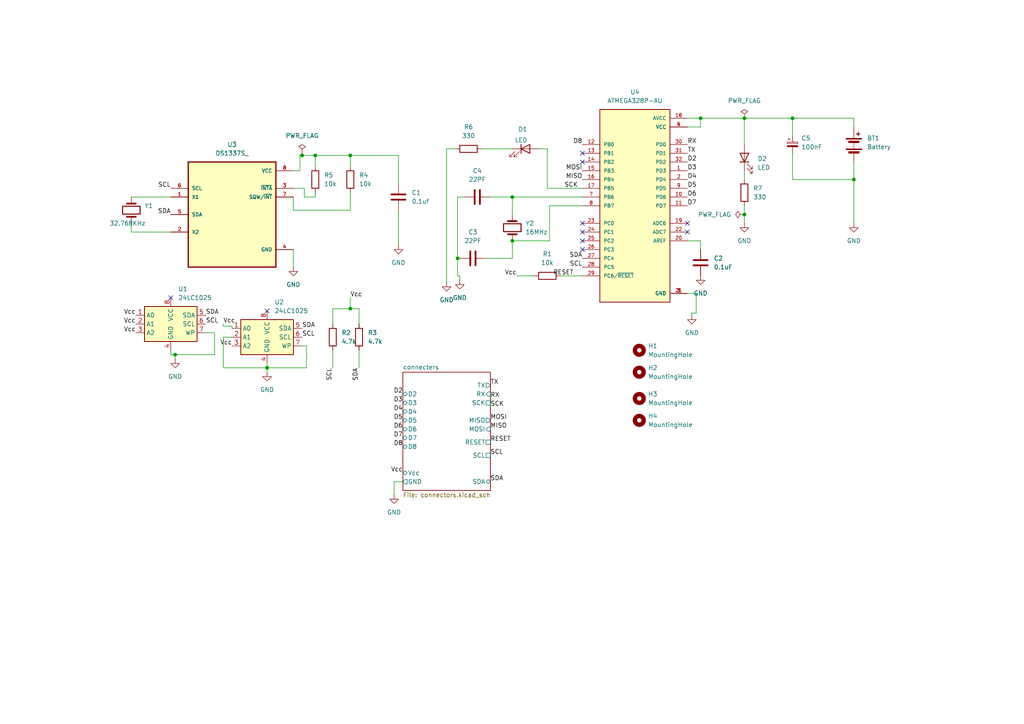
<source format=kicad_sch>
(kicad_sch (version 20250114) (generator "eeschema") (generator_version "9.0")
  (paper "A4")
  (lib_symbols
    (symbol "ATMEGA328P-AU:ATMEGA328P-AU" (pin_names (offset 1.016))
      (property "Reference" "U" (at -10.1854 29.2608 0))
      (property "Value" "ATMEGA328P-AU" (at -10.16 -31.7754 0))
      (symbol "ATMEGA328P-AU_0_0"
        (rectangle (start -10.16 -27.94) (end 10.16 27.94) (stroke (width 0.254)) (fill (type background)))
        (pin bidirectional line (at -15.24 17.78 0) (length 5.08) (name "PB0") (number "12"))
        (pin bidirectional line (at -15.24 15.24 0) (length 5.08) (name "PB1") (number "13"))
        (pin bidirectional line (at -15.24 12.7 0) (length 5.08) (name "PB2") (number "14"))
        (pin bidirectional line (at -15.24 10.16 0) (length 5.08) (name "PB3") (number "15"))
        (pin bidirectional line (at -15.24 7.62 0) (length 5.08) (name "PB4") (number "16"))
        (pin bidirectional line (at -15.24 5.08 0) (length 5.08) (name "PB5") (number "17"))
        (pin bidirectional line (at -15.24 2.54 0) (length 5.08) (name "PB6") (number "7"))
        (pin bidirectional line (at -15.24 0 0) (length 5.08) (name "PB7") (number "8"))
        (pin bidirectional line (at -15.24 -5.08 0) (length 5.08) (name "PC0") (number "23"))
        (pin bidirectional line (at -15.24 -7.62 0) (length 5.08) (name "PC1") (number "24"))
        (pin bidirectional line (at -15.24 -10.16 0) (length 5.08) (name "PC2") (number "25"))
        (pin bidirectional line (at -15.24 -12.7 0) (length 5.08) (name "PC3") (number "26"))
        (pin bidirectional line (at -15.24 -15.24 0) (length 5.08) (name "PC4") (number "27"))
        (pin bidirectional line (at -15.24 -17.78 0) (length 5.08) (name "PC5") (number "28"))
        (pin bidirectional line (at -15.24 -20.32 0) (length 5.08) (name "PC6/~{RESET}") (number "29"))
        (pin power_in line (at 15.24 25.4 180) (length 5.08) (name "AVCC") (number "18"))
        (pin power_in line (at 15.24 22.86 180) (length 5.08) (name "VCC") (number "4"))
        (pin power_in line (at 15.24 22.86 180) (length 5.08) (name "VCC") (number "6"))
        (pin bidirectional line (at 15.24 17.78 180) (length 5.08) (name "PD0") (number "30"))
        (pin bidirectional line (at 15.24 15.24 180) (length 5.08) (name "PD1") (number "31"))
        (pin bidirectional line (at 15.24 12.7 180) (length 5.08) (name "PD2") (number "32"))
        (pin bidirectional line (at 15.24 10.16 180) (length 5.08) (name "PD3") (number "1"))
        (pin bidirectional line (at 15.24 7.62 180) (length 5.08) (name "PD4") (number "2"))
        (pin bidirectional line (at 15.24 5.08 180) (length 5.08) (name "PD5") (number "9"))
        (pin bidirectional line (at 15.24 2.54 180) (length 5.08) (name "PD6") (number "10"))
        (pin bidirectional line (at 15.24 0 180) (length 5.08) (name "PD7") (number "11"))
        (pin bidirectional line (at 15.24 -5.08 180) (length 5.08) (name "ADC6") (number "19"))
        (pin bidirectional line (at 15.24 -7.62 180) (length 5.08) (name "ADC7") (number "22"))
        (pin input line (at 15.24 -10.16 180) (length 5.08) (name "AREF") (number "20"))
        (pin power_in line (at 15.24 -25.4 180) (length 5.08) (name "GND") (number "21"))
        (pin power_in line (at 15.24 -25.4 180) (length 5.08) (name "GND") (number "3"))
        (pin power_in line (at 15.24 -25.4 180) (length 5.08) (name "GND") (number "5"))
      )
    )
    (symbol "DS1337S_:DS1337S_" (pin_names (offset 1.016))
      (property "Reference" "U" (at -12.7 16.2306 0))
      (property "Value" "DS1337S_" (at -12.7 -19.2278 0))
      (symbol "DS1337S__0_0"
        (rectangle (start -12.7 -15.24) (end 12.7 15.24) (stroke (width 0.4064)) (fill (type background)))
        (pin input line (at -17.78 7.62 0) (length 5.08) (name "SCL") (number "6"))
        (pin input line (at -17.78 5.08 0) (length 5.08) (name "X1") (number "1"))
        (pin bidirectional line (at -17.78 0 0) (length 5.08) (name "SDA") (number "5"))
        (pin bidirectional line (at -17.78 -5.08 0) (length 5.08) (name "X2") (number "2"))
        (pin power_in line (at 17.78 12.7 180) (length 5.08) (name "VCC") (number "8"))
        (pin output line (at 17.78 7.62 180) (length 5.08) (name "~{INTA}") (number "3"))
        (pin output line (at 17.78 5.08 180) (length 5.08) (name "SQW/~{INT}") (number "7"))
        (pin power_in line (at 17.78 -10.16 180) (length 5.08) (name "GND") (number "4"))
      )
    )
    (symbol "Device:Battery" (pin_numbers (hide yes)) (pin_names (offset 0) (hide yes))
      (property "Reference" "BT" (at 2.54 2.54 0))
      (property "Value" "Battery" (at 2.54 0 0))
      (symbol "Battery_0_1"
        (rectangle (start -2.286 1.778) (end 2.286 1.524) (fill (type outline)))
        (rectangle (start -2.286 -1.27) (end 2.286 -1.524) (fill (type outline)))
        (rectangle (start -1.524 1.016) (end 1.524 0.508) (fill (type outline)))
        (rectangle (start -1.524 -2.032) (end 1.524 -2.54) (fill (type outline)))
        (polyline (pts (xy 0 1.778) (xy 0 2.54)))
        (polyline (pts (xy 0 0) (xy 0 0.254)))
        (polyline (pts (xy 0 -0.508) (xy 0 -0.254)))
        (polyline (pts (xy 0 -1.016) (xy 0 -0.762)))
        (polyline (pts (xy 0.762 3.048) (xy 1.778 3.048)) (stroke (width 0.254)))
        (polyline (pts (xy 1.27 3.556) (xy 1.27 2.54)) (stroke (width 0.254)))
      )
      (symbol "Battery_1_1"
        (pin passive line (at 0 5.08 270) (length 2.54) (name "+") (number "1"))
        (pin passive line (at 0 -5.08 90) (length 2.54) (name "-") (number "2"))
      )
    )
    (symbol "Device:C" (pin_numbers (hide yes)) (pin_names (offset 0.254))
      (property "Reference" "C" (at 0.635 2.54 0))
      (property "Value" "C" (at 0.635 -2.54 0))
      (symbol "C_0_1"
        (polyline (pts (xy -2.032 0.762) (xy 2.032 0.762)) (stroke (width 0.508)))
        (polyline (pts (xy -2.032 -0.762) (xy 2.032 -0.762)) (stroke (width 0.508)))
      )
      (symbol "C_1_1"
        (pin passive line (at 0 3.81 270) (length 2.794) (name "~") (number "1"))
        (pin passive line (at 0 -3.81 90) (length 2.794) (name "~") (number "2"))
      )
    )
    (symbol "Device:C_Polarized_Small" (pin_numbers (hide yes)) (pin_names (offset 0.254) (hide yes))
      (property "Reference" "C" (at 0.254 1.778 0))
      (property "Value" "C_Polarized_Small" (at 0.254 -2.032 0))
      (symbol "C_Polarized_Small_0_1"
        (rectangle (start -1.524 0.6858) (end 1.524 0.3048))
        (rectangle (start -1.524 -0.3048) (end 1.524 -0.6858) (fill (type outline)))
        (polyline (pts (xy -1.27 1.524) (xy -0.762 1.524)))
        (polyline (pts (xy -1.016 1.27) (xy -1.016 1.778)))
      )
      (symbol "C_Polarized_Small_1_1"
        (pin passive line (at 0 2.54 270) (length 1.8542) (name "~") (number "1"))
        (pin passive line (at 0 -2.54 90) (length 1.8542) (name "~") (number "2"))
      )
    )
    (symbol "Device:Crystal" (pin_numbers (hide yes)) (pin_names (offset 1.016) (hide yes))
      (property "Reference" "Y" (at 0 3.81 0))
      (property "Value" "Crystal" (at 0 -3.81 0))
      (symbol "Crystal_0_1"
        (polyline (pts (xy -2.54 0) (xy -1.905 0)))
        (polyline (pts (xy -1.905 -1.27) (xy -1.905 1.27)) (stroke (width 0.508)))
        (rectangle (start -1.143 2.54) (end 1.143 -2.54) (stroke (width 0.3048)))
        (polyline (pts (xy 1.905 -1.27) (xy 1.905 1.27)) (stroke (width 0.508)))
        (polyline (pts (xy 2.54 0) (xy 1.905 0)))
      )
      (symbol "Crystal_1_1"
        (pin passive line (at -3.81 0 0) (length 1.27) (name "1") (number "1"))
        (pin passive line (at 3.81 0 180) (length 1.27) (name "2") (number "2"))
      )
    )
    (symbol "Device:LED" (pin_numbers (hide yes)) (pin_names (offset 1.016) (hide yes))
      (property "Reference" "D" (at 0 2.54 0))
      (property "Value" "LED" (at 0 -2.54 0))
      (symbol "LED_0_1"
        (polyline (pts (xy -3.048 -0.762) (xy -4.572 -2.286) (xy -3.81 -2.286) (xy -4.572 -2.286) (xy -4.572 -1.524)))
        (polyline (pts (xy -1.778 -0.762) (xy -3.302 -2.286) (xy -2.54 -2.286) (xy -3.302 -2.286) (xy -3.302 -1.524)))
        (polyline (pts (xy -1.27 0) (xy 1.27 0)))
        (polyline (pts (xy -1.27 -1.27) (xy -1.27 1.27)) (stroke (width 0.254)))
        (polyline (pts (xy 1.27 -1.27) (xy 1.27 1.27) (xy -1.27 0) (xy 1.27 -1.27)) (stroke (width 0.254)))
      )
      (symbol "LED_1_1"
        (pin passive line (at -3.81 0 0) (length 2.54) (name "K") (number "1"))
        (pin passive line (at 3.81 0 180) (length 2.54) (name "A") (number "2"))
      )
    )
    (symbol "Device:R" (pin_numbers (hide yes)) (pin_names (offset 0))
      (property "Reference" "R" (at 2.032 0 90))
      (property "Value" "R" (at 0 0 90))
      (symbol "R_0_1"
        (rectangle (start -1.016 -2.54) (end 1.016 2.54) (stroke (width 0.254)))
      )
      (symbol "R_1_1"
        (pin passive line (at 0 3.81 270) (length 1.27) (name "~") (number "1"))
        (pin passive line (at 0 -3.81 90) (length 1.27) (name "~") (number "2"))
      )
    )
    (symbol "Mechanical:MountingHole" (pin_names (offset 1.016)) (in_bom no)
      (property "Reference" "H" (at 0 5.08 0))
      (property "Value" "MountingHole" (at 0 3.175 0))
      (symbol "MountingHole_0_1"
        (circle (center 0 0) (radius 1.27) (stroke (width 1.27)))
      )
    )
    (symbol "Memory_EEPROM:24LC1025"
      (property "Reference" "U" (at -6.35 6.35 0))
      (property "Value" "24LC1025" (at 1.27 6.35 0))
      (symbol "24LC1025_1_1"
        (rectangle (start -7.62 5.08) (end 7.62 -5.08) (stroke (width 0.254)) (fill (type background)))
        (pin input line (at -10.16 2.54 0) (length 2.54) (name "A0") (number "1"))
        (pin input line (at -10.16 0 0) (length 2.54) (name "A1") (number "2"))
        (pin input line (at -10.16 -2.54 0) (length 2.54) (name "A2") (number "3"))
        (pin power_in line (at 0 7.62 270) (length 2.54) (name "VCC") (number "8"))
        (pin power_in line (at 0 -7.62 90) (length 2.54) (name "GND") (number "4"))
        (pin bidirectional line (at 10.16 2.54 180) (length 2.54) (name "SDA") (number "5"))
        (pin input line (at 10.16 0 180) (length 2.54) (name "SCL") (number "6"))
        (pin input line (at 10.16 -2.54 180) (length 2.54) (name "WP") (number "7"))
      )
    )
    (symbol "power:GND" (power) (pin_numbers (hide yes)) (pin_names (offset 0) (hide yes))
      (property "Value" "GND" (at 0 -3.81 0))
      (symbol "GND_0_1"
        (polyline (pts (xy 0 0) (xy 0 -1.27) (xy 1.27 -1.27) (xy 0 -2.54) (xy -1.27 -1.27) (xy 0 -1.27)))
      )
      (symbol "GND_1_1"
        (pin power_in line (at 0 0 270) (length 0) (name "~") (number "1"))
      )
    )
    (symbol "power:PWR_FLAG" (power) (pin_numbers (hide yes)) (pin_names (offset 0) (hide yes))
      (property "Value" "PWR_FLAG" (at 0 3.81 0))
      (symbol "PWR_FLAG_0_0"
        (pin power_out line (at 0 0 90) (length 0) (name "~") (number "1"))
      )
      (symbol "PWR_FLAG_0_1"
        (polyline (pts (xy 0 0) (xy 0 1.27) (xy -1.016 1.905) (xy 0 2.54) (xy 1.016 1.905) (xy 0 1.27)))
      )
    )
  )
  (junction (at 101.6 45.085))
  (junction (at 77.47 106.68))
  (junction (at 229.87 34.29))
  (junction (at 132.715 74.93))
  (junction (at 91.44 45.085))
  (junction (at 203.2 34.29))
  (junction (at 247.65 52.07))
  (junction (at 148.59 57.15))
  (junction (at 215.9 34.29))
  (junction (at 148.59 69.85))
  (junction (at 87.63 45.085))
  (junction (at 215.9 62.23))
  (junction (at 50.8 102.87))
  (junction (at 101.6 89.535))
  (no_connect (at 168.91 69.85))
  (no_connect (at 199.39 64.77))
  (no_connect (at 168.91 72.39))
  (no_connect (at 168.91 44.45))
  (no_connect (at 168.91 64.77))
  (no_connect (at 168.91 46.99))
  (no_connect (at 168.91 67.31))
  (no_connect (at 77.47 90.17))
  (no_connect (at 49.53 86.36))
  (no_connect (at 199.39 67.31))
  (wire (pts (xy 88.265 54.61) (xy 88.265 57.15)))
  (wire (pts (xy 168.91 59.69) (xy 159.385 59.69)))
  (wire (pts (xy 38.1 64.77) (xy 38.1 67.31)))
  (wire (pts (xy 116.84 139.7) (xy 114.3 139.7)))
  (wire (pts (xy 215.9 59.69) (xy 215.9 62.23)))
  (wire (pts (xy 101.6 55.88) (xy 101.6 60.96)))
  (wire (pts (xy 49.53 102.87) (xy 50.8 102.87)))
  (wire (pts (xy 104.14 89.535) (xy 104.14 93.98)))
  (wire (pts (xy 215.9 34.29) (xy 229.87 34.29)))
  (wire (pts (xy 104.14 101.6) (xy 104.14 106.68)))
  (wire (pts (xy 162.56 80.01) (xy 168.91 80.01)))
  (wire (pts (xy 158.75 54.61) (xy 158.75 43.18)))
  (wire (pts (xy 101.6 86.36) (xy 101.6 89.535)))
  (wire (pts (xy 91.44 45.085) (xy 91.44 48.26)))
  (wire (pts (xy 64.77 106.68) (xy 77.47 106.68)))
  (wire (pts (xy 85.09 54.61) (xy 88.265 54.61)))
  (wire (pts (xy 96.52 93.98) (xy 96.52 89.535)))
  (wire (pts (xy 215.9 49.53) (xy 215.9 52.07)))
  (wire (pts (xy 87.63 45.085) (xy 91.44 45.085)))
  (wire (pts (xy 215.9 62.23) (xy 215.9 64.77)))
  (wire (pts (xy 247.65 46.99) (xy 247.65 52.07)))
  (wire (pts (xy 132.08 43.18) (xy 129.54 43.18)))
  (wire (pts (xy 64.77 94.615) (xy 67.31 94.615)))
  (wire (pts (xy 168.91 54.61) (xy 158.75 54.61)))
  (wire (pts (xy 114.3 139.7) (xy 114.3 143.51)))
  (wire (pts (xy 199.39 36.83) (xy 203.2 36.83)))
  (wire (pts (xy 62.23 96.52) (xy 62.23 102.87)))
  (wire (pts (xy 101.6 45.085) (xy 115.57 45.085)))
  (wire (pts (xy 134.62 57.15) (xy 132.715 57.15)))
  (wire (pts (xy 201.93 85.09) (xy 201.93 90.805)))
  (wire (pts (xy 91.44 57.15) (xy 91.44 55.88)))
  (wire (pts (xy 77.47 106.68) (xy 88.9 106.68)))
  (wire (pts (xy 85.09 72.39) (xy 85.09 77.47)))
  (wire (pts (xy 129.54 43.18) (xy 129.54 81.915)))
  (wire (pts (xy 148.59 57.15) (xy 148.59 62.23)))
  (wire (pts (xy 200.66 90.805) (xy 201.93 90.805)))
  (wire (pts (xy 77.47 106.68) (xy 77.47 107.95)))
  (wire (pts (xy 64.77 97.79) (xy 64.77 106.68)))
  (wire (pts (xy 86.995 49.53) (xy 86.995 45.085)))
  (wire (pts (xy 38.1 57.15) (xy 49.53 57.15)))
  (wire (pts (xy 64.77 93.98) (xy 64.77 94.615)))
  (wire (pts (xy 115.57 60.96) (xy 115.57 71.12)))
  (wire (pts (xy 67.31 97.79) (xy 64.77 97.79)))
  (wire (pts (xy 168.91 57.15) (xy 148.59 57.15)))
  (wire (pts (xy 133.35 81.28) (xy 133.35 80.01)))
  (wire (pts (xy 199.39 85.09) (xy 201.93 85.09)))
  (wire (pts (xy 229.87 34.29) (xy 229.87 39.37)))
  (wire (pts (xy 88.265 57.15) (xy 91.44 57.15)))
  (wire (pts (xy 229.87 44.45) (xy 229.87 52.07)))
  (wire (pts (xy 132.715 74.93) (xy 133.35 74.93)))
  (wire (pts (xy 67.31 94.615) (xy 67.31 95.25)))
  (wire (pts (xy 132.715 80.01) (xy 133.35 80.01)))
  (wire (pts (xy 156.21 43.18) (xy 158.75 43.18)))
  (wire (pts (xy 140.97 74.93) (xy 148.59 74.93)))
  (wire (pts (xy 49.53 67.31) (xy 38.1 67.31)))
  (wire (pts (xy 142.24 116.84) (xy 142.24 118.11)))
  (wire (pts (xy 86.995 45.085) (xy 87.63 45.085)))
  (wire (pts (xy 139.7 43.18) (xy 148.59 43.18)))
  (wire (pts (xy 229.87 34.29) (xy 247.65 34.29)))
  (wire (pts (xy 101.6 89.535) (xy 104.14 89.535)))
  (wire (pts (xy 203.2 69.85) (xy 203.2 72.39)))
  (wire (pts (xy 101.6 45.085) (xy 101.6 48.26)))
  (wire (pts (xy 142.24 114.3) (xy 142.24 115.57)))
  (wire (pts (xy 247.65 52.07) (xy 247.65 64.77)))
  (wire (pts (xy 159.385 59.69) (xy 159.385 69.85)))
  (wire (pts (xy 50.8 102.87) (xy 50.8 104.14)))
  (wire (pts (xy 203.2 34.29) (xy 215.9 34.29)))
  (wire (pts (xy 85.09 60.96) (xy 85.09 57.15)))
  (wire (pts (xy 247.65 36.83) (xy 247.65 34.29)))
  (wire (pts (xy 149.86 80.01) (xy 154.94 80.01)))
  (wire (pts (xy 115.57 45.085) (xy 115.57 53.34)))
  (wire (pts (xy 59.69 96.52) (xy 62.23 96.52)))
  (wire (pts (xy 101.6 60.96) (xy 85.09 60.96)))
  (wire (pts (xy 215.9 41.91) (xy 215.9 34.29)))
  (wire (pts (xy 77.47 105.41) (xy 77.47 106.68)))
  (wire (pts (xy 132.715 57.15) (xy 132.715 74.93)))
  (wire (pts (xy 142.24 57.15) (xy 148.59 57.15)))
  (wire (pts (xy 88.9 100.33) (xy 88.9 106.68)))
  (wire (pts (xy 87.63 100.33) (xy 88.9 100.33)))
  (wire (pts (xy 229.87 52.07) (xy 247.65 52.07)))
  (wire (pts (xy 132.715 74.93) (xy 132.715 80.01)))
  (wire (pts (xy 49.53 101.6) (xy 49.53 102.87)))
  (wire (pts (xy 203.2 34.29) (xy 199.39 34.29)))
  (wire (pts (xy 87.63 44.45) (xy 87.63 45.085)))
  (wire (pts (xy 148.59 69.85) (xy 148.59 74.93)))
  (wire (pts (xy 96.52 89.535) (xy 101.6 89.535)))
  (wire (pts (xy 96.52 101.6) (xy 96.52 106.68)))
  (wire (pts (xy 85.09 49.53) (xy 86.995 49.53)))
  (wire (pts (xy 50.8 102.87) (xy 62.23 102.87)))
  (wire (pts (xy 91.44 45.085) (xy 101.6 45.085)))
  (wire (pts (xy 159.385 69.85) (xy 148.59 69.85)))
  (wire (pts (xy 203.2 36.83) (xy 203.2 34.29)))
  (wire (pts (xy 200.66 91.44) (xy 200.66 90.805)))
  (wire (pts (xy 199.39 69.85) (xy 203.2 69.85)))
  (label "SDA" (at 59.69 91.44 0))
  (label "RESET" (at 166.37 80.01 180))
  (label "TX" (at 199.39 44.45 0))
  (label "SDA" (at 142.24 139.7 0))
  (label "Vcc" (at 116.84 137.16 180))
  (label "MISO" (at 168.91 52.07 180))
  (label "SDA" (at 168.91 74.93 180))
  (label "D8" (at 116.84 129.54 180))
  (label "SCL" (at 142.24 132.08 0))
  (label "Vcc" (at 39.37 91.44 180))
  (label "RX" (at 199.39 41.91 0))
  (label "MISO" (at 142.24 124.46 0))
  (label "Vcc" (at 64.77 93.98 0))
  (label "SDA" (at 104.14 106.68 270))
  (label "Vcc" (at 39.37 93.98 180))
  (label "Vcc" (at 67.31 100.33 180))
  (label "SDA" (at 87.63 95.25 0))
  (label "SCL" (at 168.91 77.47 180))
  (label "D4" (at 199.39 52.07 0))
  (label "D4" (at 116.84 119.38 180))
  (label "Vcc" (at 149.86 80.01 180))
  (label "SDA" (at 49.53 62.23 180))
  (label "D7" (at 199.39 59.69 0))
  (label "MOSI" (at 142.24 121.92 0))
  (label "D6" (at 199.39 57.15 0))
  (label "SCL" (at 87.63 97.79 0))
  (label "SCL" (at 49.53 54.61 180))
  (label "D2" (at 116.84 114.3 180))
  (label "D3" (at 199.39 49.53 0))
  (label "RX" (at 142.24 115.57 0))
  (label "RESET" (at 142.24 128.27 0))
  (label "D5" (at 116.84 121.92 180))
  (label "D8" (at 168.91 41.91 180))
  (label "Vcc" (at 101.6 86.36 0))
  (label "MOSI" (at 168.91 49.53 180))
  (label "D7" (at 116.84 127 180))
  (label "TX" (at 142.24 111.76 0))
  (label "SCL" (at 96.52 106.68 270))
  (label "D2" (at 199.39 46.99 0))
  (label "SCK" (at 167.64 54.61 180))
  (label "Vcc" (at 39.37 96.52 180))
  (label "SCL" (at 59.69 93.98 0))
  (label "D3" (at 116.84 116.84 180))
  (label "SCK" (at 142.24 118.11 0))
  (label "D6" (at 116.84 124.46 180))
  (label "D5" (at 199.39 54.61 0))
  (symbol (lib_id "power:GND") (at 203.2 80.01 0) (unit 1)
    (property "Reference" "#PWR07" (effects (hide yes)))
    (property "Value" "GND" (at 203.2 85.09 0))
    (property "Description" "Power symbol creates a global label with name \"GND\" , ground" (effects (hide yes)))
  )
  (symbol (lib_id "Mechanical:MountingHole") (at 185.42 101.6 0) (unit 1) (in_bom no)
    (property "Reference" "H1" (at 187.96 100.3299 0) (effects (justify left)))
    (property "Value" "MountingHole" (at 187.96 102.8699 0) (effects (justify left)))
    (property "Footprint" "MountingHole:MountingHole_2.1mm" (effects (hide yes)))
    (property "Description" "Mounting Hole without connection" (effects (hide yes)))
  )
  (symbol (lib_id "Mechanical:MountingHole") (at 185.42 115.57 0) (unit 1) (in_bom no)
    (property "Reference" "H3" (at 187.96 114.2999 0) (effects (justify left)))
    (property "Value" "MountingHole" (at 187.96 116.8399 0) (effects (justify left)))
    (property "Footprint" "MountingHole:MountingHole_2.1mm" (effects (hide yes)))
    (property "Description" "Mounting Hole without connection" (effects (hide yes)))
  )
  (symbol (lib_id "power:PWR_FLAG") (at 215.9 62.23 90) (unit 1)
    (property "Reference" "#FLG02" (effects (hide yes)))
    (property "Value" "PWR_FLAG" (at 212.09 62.2299 90) (effects (justify left)))
    (property "Description" "Special symbol for telling ERC where power comes from" (effects (hide yes)))
  )
  (symbol (lib_id "power:GND") (at 129.54 81.915 0) (unit 1)
    (property "Reference" "#PWR05" (effects (hide yes)))
    (property "Value" "GND" (at 129.54 86.995 0))
    (property "Description" "Power symbol creates a global label with name \"GND\" , ground" (effects (hide yes)))
  )
  (symbol (lib_id "Device:R") (at 101.6 52.07 0) (unit 1)
    (property "Reference" "R4" (at 104.14 50.7999 0) (effects (justify left)))
    (property "Value" "10k" (at 104.14 53.3399 0) (effects (justify left)))
    (property "Footprint" "Resistor_SMD:R_0805_2012Metric" (effects (hide yes)))
    (property "Description" "Resistor" (effects (hide yes)))
  )
  (symbol (lib_id "power:PWR_FLAG") (at 87.63 44.45 0) (unit 1)
    (property "Reference" "#FLG03" (effects (hide yes)))
    (property "Value" "PWR_FLAG" (at 87.63 39.37 0))
    (property "Description" "Special symbol for telling ERC where power comes from" (effects (hide yes)))
  )
  (symbol (lib_id "power:GND") (at 215.9 64.77 0) (unit 1)
    (property "Reference" "#PWR09" (effects (hide yes)))
    (property "Value" "GND" (at 215.9 69.85 0))
    (property "Description" "Power symbol creates a global label with name \"GND\" , ground" (effects (hide yes)))
  )
  (symbol (lib_id "Device:C_Polarized_Small") (at 229.87 41.91 0) (unit 1)
    (property "Reference" "C5" (at 232.41 40.0938 0) (effects (justify left)))
    (property "Value" "100nF" (at 232.41 42.6338 0) (effects (justify left)))
    (property "Footprint" "Capacitor_SMD:C_0805_2012Metric" (effects (hide yes)))
    (property "Description" "Polarized capacitor, small symbol" (effects (hide yes)))
  )
  (symbol (lib_id "Device:LED") (at 215.9 45.72 90) (unit 1)
    (property "Reference" "D2" (at 219.71 46.0374 90) (effects (justify right)))
    (property "Value" "LED" (at 219.71 48.5774 90) (effects (justify right)))
    (property "Footprint" "LED_SMD:LED_0805_2012Metric" (effects (hide yes)))
    (property "Description" "Light emitting diode" (effects (hide yes)))
    (property "Sim.Pins" "1=K 2=A" (effects (hide yes)))
  )
  (symbol (lib_id "power:GND") (at 247.65 64.77 0) (unit 1)
    (property "Reference" "#PWR010" (effects (hide yes)))
    (property "Value" "GND" (at 247.65 69.85 0))
    (property "Description" "Power symbol creates a global label with name \"GND\" , ground" (effects (hide yes)))
  )
  (symbol (lib_id "Device:R") (at 158.75 80.01 90) (unit 1)
    (property "Reference" "R1" (at 158.75 73.66 90))
    (property "Value" "10k" (at 158.75 76.2 90))
    (property "Footprint" "Resistor_SMD:R_0805_2012Metric" (effects (hide yes)))
    (property "Description" "Resistor" (effects (hide yes)))
  )
  (symbol (lib_id "Device:LED") (at 152.4 43.18 0) (unit 1)
    (property "Reference" "D1" (at 151.6231 37.4934 0))
    (property "Value" "LED" (at 151.13 40.64 0))
    (property "Footprint" "LED_SMD:LED_0805_2012Metric" (effects (hide yes)))
    (property "Description" "Light emitting diode" (effects (hide yes)))
    (property "Sim.Pins" "1=K 2=A" (effects (hide yes)))
  )
  (symbol (lib_id "Device:C") (at 203.2 76.2 180) (unit 1)
    (property "Reference" "C2" (at 207.01 74.9299 0) (effects (justify right)))
    (property "Value" "0.1uF" (at 207.01 77.4699 0) (effects (justify right)))
    (property "Footprint" "Capacitor_SMD:C_0805_2012Metric" (effects (hide yes)))
    (property "Description" "Unpolarized capacitor" (effects (hide yes)))
  )
  (symbol (lib_id "Memory_EEPROM:24LC1025") (at 49.53 93.98 0) (unit 1)
    (property "Reference" "U1" (at 51.6733 83.82 0) (effects (justify left)))
    (property "Value" "24LC1025" (at 51.6733 86.36 0) (effects (justify left)))
    (property "Footprint" "24LC1025-I_P:DIP787W46P254L927H533Q8" (effects (hide yes)))
    (property "Datasheet" "http://ww1.microchip.com/downloads/en/DeviceDoc/21941B.pdf" (effects (hide yes)))
    (property "Description" "I2C Serial EEPROM, 1024Kb, DIP-8/SOIC-8/TSSOP-8/DFN-8" (effects (hide yes)))
  )
  (symbol (lib_id "power:GND") (at 77.47 107.95 0) (unit 1)
    (property "Reference" "#PWR02" (effects (hide yes)))
    (property "Value" "GND" (at 77.47 113.03 0))
    (property "Description" "Power symbol creates a global label with name \"GND\" , ground" (effects (hide yes)))
  )
  (symbol (lib_id "Mechanical:MountingHole") (at 185.42 121.92 0) (unit 1) (in_bom no)
    (property "Reference" "H4" (at 187.96 120.6499 0) (effects (justify left)))
    (property "Value" "MountingHole" (at 187.96 123.1899 0) (effects (justify left)))
    (property "Footprint" "MountingHole:MountingHole_2.1mm" (effects (hide yes)))
    (property "Description" "Mounting Hole without connection" (effects (hide yes)))
  )
  (symbol (lib_id "power:GND") (at 50.8 104.14 0) (unit 1)
    (property "Reference" "#PWR03" (effects (hide yes)))
    (property "Value" "GND" (at 50.8 109.22 0))
    (property "Description" "Power symbol creates a global label with name \"GND\" , ground" (effects (hide yes)))
  )
  (symbol (lib_id "Device:C") (at 138.43 57.15 270) (unit 1)
    (property "Reference" "C4" (at 138.43 49.53 90))
    (property "Value" "22PF" (at 138.43 52.07 90))
    (property "Footprint" "Capacitor_SMD:C_0805_2012Metric" (effects (hide yes)))
    (property "Description" "Unpolarized capacitor" (effects (hide yes)))
  )
  (symbol (lib_id "power:GND") (at 85.09 77.47 0) (unit 1)
    (property "Reference" "#PWR01" (effects (hide yes)))
    (property "Value" "GND" (at 85.09 82.55 0))
    (property "Description" "Power symbol creates a global label with name \"GND\" , ground" (effects (hide yes)))
  )
  (symbol (lib_id "Device:R") (at 215.9 55.88 0) (unit 1)
    (property "Reference" "R7" (at 218.44 54.6099 0) (effects (justify left)))
    (property "Value" "330" (at 218.44 57.1499 0) (effects (justify left)))
    (property "Footprint" "Resistor_SMD:R_0815_2038Metric" (effects (hide yes)))
    (property "Description" "Resistor" (effects (hide yes)))
  )
  (symbol (lib_id "power:GND") (at 133.35 81.28 0) (unit 1)
    (property "Reference" "#PWR06" (effects (hide yes)))
    (property "Value" "GND" (at 133.35 86.36 0))
    (property "Description" "Power symbol creates a global label with name \"GND\" , ground" (effects (hide yes)))
  )
  (symbol (lib_id "Device:Crystal") (at 148.59 66.04 90) (unit 1)
    (property "Reference" "Y2" (at 152.4 64.7699 90) (effects (justify right)))
    (property "Value" "16MHz" (at 152.4 67.3099 90) (effects (justify right)))
    (property "Footprint" "Crystal:Crystal_SMD_5032-2Pin_5.0x3.2mm_HandSoldering" (effects (hide yes)))
    (property "Description" "Two pin crystal" (effects (hide yes)))
  )
  (symbol (lib_id "Device:R") (at 135.89 43.18 90) (unit 1)
    (property "Reference" "R6" (at 135.89 36.83 90))
    (property "Value" "330" (at 135.89 39.37 90))
    (property "Footprint" "Resistor_SMD:R_0805_2012Metric" (effects (hide yes)))
    (property "Description" "Resistor" (effects (hide yes)))
  )
  (symbol (lib_id "Device:C") (at 115.57 57.15 180) (unit 1)
    (property "Reference" "C1" (at 119.38 55.8799 0) (effects (justify right)))
    (property "Value" "0.1uf" (at 119.38 58.4199 0) (effects (justify right)))
    (property "Footprint" "Capacitor_SMD:C_0805_2012Metric" (effects (hide yes)))
    (property "Description" "Unpolarized capacitor" (effects (hide yes)))
  )
  (symbol (lib_id "Memory_EEPROM:24LC1025") (at 77.47 97.79 0) (unit 1)
    (property "Reference" "U2" (at 79.6133 87.63 0) (effects (justify left)))
    (property "Value" "24LC1025" (at 79.6133 90.17 0) (effects (justify left)))
    (property "Footprint" "24LC1025-I_P:DIP787W46P254L927H533Q8" (effects (hide yes)))
    (property "Datasheet" "http://ww1.microchip.com/downloads/en/DeviceDoc/21941B.pdf" (effects (hide yes)))
    (property "Description" "I2C Serial EEPROM, 1024Kb, DIP-8/SOIC-8/TSSOP-8/DFN-8" (effects (hide yes)))
  )
  (symbol (lib_id "Device:C") (at 137.16 74.93 90) (unit 1)
    (property "Reference" "C3" (at 137.16 67.31 90))
    (property "Value" "22PF" (at 137.16 69.85 90))
    (property "Footprint" "Capacitor_SMD:C_0805_2012Metric" (effects (hide yes)))
    (property "Description" "Unpolarized capacitor" (effects (hide yes)))
  )
  (symbol (lib_id "ATMEGA328P-AU:ATMEGA328P-AU") (at 184.15 59.69 0) (unit 1)
    (property "Reference" "U4" (at 184.15 26.67 0))
    (property "Value" "ATMEGA328P-AU" (at 184.15 29.21 0))
    (property "Footprint" "ATMEGA328P-AU:QFP80P900X900X120-32N" (effects (hide yes)))
    (property "MF" "Microchip" (effects (hide yes)))
    (property "MAXIMUM_PACKAGE_HEIGHT" "1.20mm" (effects (hide yes)))
    (property "Package" "TQFP-32 Microchip" (effects (hide yes)))
    (property "Price" "None" (effects (hide yes)))
    (property "Check_prices" "https://www.snapeda.com/parts/ATMEGA328P-AU/Microchip+Technology/view-part/?ref=eda" (effects (hide yes)))
    (property "STANDARD" "IPC-7351B" (effects (hide yes)))
    (property "PARTREV" "8271A" (effects (hide yes)))
    (property "SnapEDA_Link" "https://www.snapeda.com/parts/ATMEGA328P-AU/Microchip+Technology/view-part/?ref=snap" (effects (hide yes)))
    (property "MP" "ATMEGA328P-AU" (effects (hide yes)))
    (property "Description_1" "\\n                        \\n                            AVR AVR® ATmega Microcontroller IC 8-Bit 20MHz 32KB (16K x 16) FLASH 32-TQFP (7x7)\\n                        \\n" (effects (hide yes)))
    (property "Availability" "In Stock" (effects (hide yes)))
    (property "MANUFACTURER" "Microchip" (effects (hide yes)))
  )
  (symbol (lib_id "power:GND") (at 114.3 143.51 0) (unit 1)
    (property "Reference" "#PWR011" (effects (hide yes)))
    (property "Value" "GND" (at 114.3 148.59 0))
    (property "Description" "Power symbol creates a global label with name \"GND\" , ground" (effects (hide yes)))
  )
  (symbol (lib_id "Device:Crystal") (at 38.1 60.96 90) (unit 1)
    (property "Reference" "Y1" (at 41.91 59.6899 90) (effects (justify right)))
    (property "Value" "32.768KHz" (at 31.75 64.77 90) (effects (justify right)))
    (property "Footprint" "Crystal:Crystal_SMD_5032-2Pin_5.0x3.2mm_HandSoldering" (effects (hide yes)))
    (property "Description" "Two pin crystal" (effects (hide yes)))
  )
  (symbol (lib_id "power:GND") (at 200.66 91.44 0) (unit 1)
    (property "Reference" "#PWR08" (effects (hide yes)))
    (property "Value" "GND" (at 200.66 96.52 0))
    (property "Description" "Power symbol creates a global label with name \"GND\" , ground" (effects (hide yes)))
  )
  (symbol (lib_id "power:GND") (at 115.57 71.12 0) (unit 1)
    (property "Reference" "#PWR04" (effects (hide yes)))
    (property "Value" "GND" (at 115.57 76.2 0))
    (property "Description" "Power symbol creates a global label with name \"GND\" , ground" (effects (hide yes)))
  )
  (symbol (lib_id "DS1337S_:DS1337S_") (at 67.31 62.23 0) (unit 1)
    (property "Reference" "U3" (at 67.31 41.91 0))
    (property "Value" "DS1337S_" (at 67.31 44.45 0))
    (property "Footprint" "DS1337S_:SOIC127P600X175-8N" (effects (hide yes)))
    (property "MF" "Analog Devices" (effects (hide yes)))
    (property "Description_1" "\\n                        \\n                            I²C Serial Real-Time Clock\\n                        \\n" (effects (hide yes)))
    (property "Package" "SOIC-8 Maxim" (effects (hide yes)))
    (property "Price" "None" (effects (hide yes)))
    (property "SnapEDA_Link" "https://www.snapeda.com/parts/DS1337S+/Analog+Devices/view-part/?ref=snap" (effects (hide yes)))
    (property "MP" "DS1337S+" (effects (hide yes)))
    (property "Availability" "In Stock" (effects (hide yes)))
    (property "Check_prices" "https://www.snapeda.com/parts/DS1337S+/Analog+Devices/view-part/?ref=eda" (effects (hide yes)))
  )
  (symbol (lib_id "Device:R") (at 104.14 97.79 0) (unit 1)
    (property "Reference" "R3" (at 106.68 96.5199 0) (effects (justify left)))
    (property "Value" "4.7k" (at 106.68 99.0599 0) (effects (justify left)))
    (property "Footprint" "Resistor_SMD:R_0805_2012Metric" (effects (hide yes)))
    (property "Description" "Resistor" (effects (hide yes)))
  )
  (symbol (lib_id "Device:R") (at 91.44 52.07 0) (unit 1)
    (property "Reference" "R5" (at 93.98 50.7999 0) (effects (justify left)))
    (property "Value" "10k" (at 93.98 53.3399 0) (effects (justify left)))
    (property "Footprint" "Resistor_SMD:R_0805_2012Metric" (effects (hide yes)))
    (property "Description" "Resistor" (effects (hide yes)))
  )
  (symbol (lib_id "Device:R") (at 96.52 97.79 0) (unit 1)
    (property "Reference" "R2" (at 99.06 96.5199 0) (effects (justify left)))
    (property "Value" "4.7k" (at 99.06 99.0599 0) (effects (justify left)))
    (property "Footprint" "Resistor_SMD:R_0805_2012Metric" (effects (hide yes)))
    (property "Description" "Resistor" (effects (hide yes)))
  )
  (symbol (lib_id "power:PWR_FLAG") (at 215.9 34.29 0) (unit 1)
    (property "Reference" "#FLG01" (effects (hide yes)))
    (property "Value" "PWR_FLAG" (at 215.9 29.21 0))
    (property "Description" "Special symbol for telling ERC where power comes from" (effects (hide yes)))
  )
  (symbol (lib_id "Device:Battery") (at 247.65 41.91 0) (unit 1)
    (property "Reference" "BT1" (at 251.46 40.0684 0) (effects (justify left)))
    (property "Value" "Battery" (at 251.46 42.6084 0) (effects (justify left)))
    (property "Footprint" "Connector_PinHeader_2.54mm:PinHeader_1x02_P2.54mm_Vertical" (effects (hide yes)))
    (property "Description" "Multiple-cell battery" (effects (hide yes)))
  )
  (symbol (lib_id "Mechanical:MountingHole") (at 185.42 107.95 0) (unit 1) (in_bom no)
    (property "Reference" "H2" (at 187.96 106.6799 0) (effects (justify left)))
    (property "Value" "MountingHole" (at 187.96 109.2199 0) (effects (justify left)))
    (property "Footprint" "MountingHole:MountingHole_2.1mm" (effects (hide yes)))
    (property "Description" "Mounting Hole without connection" (effects (hide yes)))
  )
  (sheet (at 116.84 107.95) (size 25.4 34.29) (stroke (width 0.1524))
    (property "Sheetname" "connecters" (at 116.84 107.2384 0) (effects (justify left bottom)))
    (property "Sheetfile" "connectors.kicad_sch" (at 116.84 142.8246 0) (effects (justify left top)))
    (pin "D2" bidirectional (at 116.84 114.3 180))
    (pin "D8" bidirectional (at 116.84 129.54 180))
    (pin "D3" bidirectional (at 116.84 116.84 180))
    (pin "D4" bidirectional (at 116.84 119.38 180))
    (pin "D5" bidirectional (at 116.84 121.92 180))
    (pin "MOSI" input (at 142.24 124.46 0))
    (pin "D7" bidirectional (at 116.84 127 180))
    (pin "D6" bidirectional (at 116.84 124.46 180))
    (pin "Vcc" bidirectional (at 116.84 137.16 180))
    (pin "SDA" bidirectional (at 142.24 139.7 0))
    (pin "GND" output (at 116.84 139.7 180))
    (pin "TX" output (at 142.24 111.76 0))
    (pin "RX" input (at 142.24 114.3 0))
    (pin "RESET" passive (at 142.24 128.27 0))
    (pin "MISO" output (at 142.24 121.92 0))
    (pin "SCL" passive (at 142.24 132.08 0))
    (pin "SCK" passive (at 142.24 116.84 0))
  )
)
</source>
